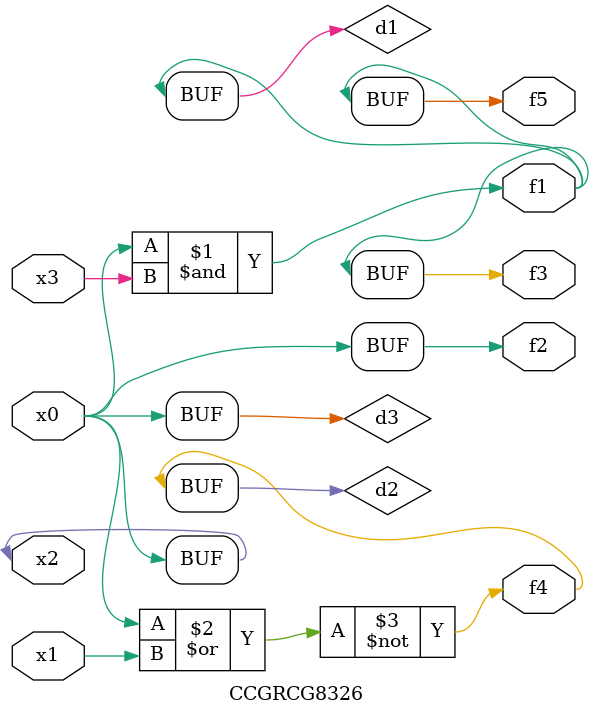
<source format=v>
module CCGRCG8326(
	input x0, x1, x2, x3,
	output f1, f2, f3, f4, f5
);

	wire d1, d2, d3;

	and (d1, x2, x3);
	nor (d2, x0, x1);
	buf (d3, x0, x2);
	assign f1 = d1;
	assign f2 = d3;
	assign f3 = d1;
	assign f4 = d2;
	assign f5 = d1;
endmodule

</source>
